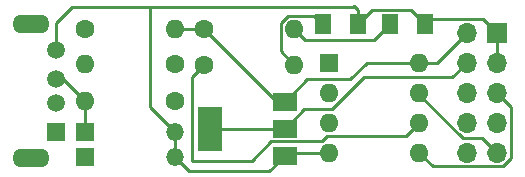
<source format=gtl>
%TF.GenerationSoftware,KiCad,Pcbnew,(6.0.8)*%
%TF.CreationDate,2023-02-21T13:23:49+01:00*%
%TF.ProjectId,attiny85,61747469-6e79-4383-952e-6b696361645f,rev?*%
%TF.SameCoordinates,Original*%
%TF.FileFunction,Copper,L1,Top*%
%TF.FilePolarity,Positive*%
%FSLAX46Y46*%
G04 Gerber Fmt 4.6, Leading zero omitted, Abs format (unit mm)*
G04 Created by KiCad (PCBNEW (6.0.8)) date 2023-02-21 13:23:49*
%MOMM*%
%LPD*%
G01*
G04 APERTURE LIST*
G04 Aperture macros list*
%AMRoundRect*
0 Rectangle with rounded corners*
0 $1 Rounding radius*
0 $2 $3 $4 $5 $6 $7 $8 $9 X,Y pos of 4 corners*
0 Add a 4 corners polygon primitive as box body*
4,1,4,$2,$3,$4,$5,$6,$7,$8,$9,$2,$3,0*
0 Add four circle primitives for the rounded corners*
1,1,$1+$1,$2,$3*
1,1,$1+$1,$4,$5*
1,1,$1+$1,$6,$7*
1,1,$1+$1,$8,$9*
0 Add four rect primitives between the rounded corners*
20,1,$1+$1,$2,$3,$4,$5,0*
20,1,$1+$1,$4,$5,$6,$7,0*
20,1,$1+$1,$6,$7,$8,$9,0*
20,1,$1+$1,$8,$9,$2,$3,0*%
G04 Aperture macros list end*
%TA.AperFunction,ComponentPad*%
%ADD10R,1.508000X1.508000*%
%TD*%
%TA.AperFunction,ComponentPad*%
%ADD11C,1.508000*%
%TD*%
%TA.AperFunction,ComponentPad*%
%ADD12O,3.150000X1.575000*%
%TD*%
%TA.AperFunction,ComponentPad*%
%ADD13R,1.700000X1.700000*%
%TD*%
%TA.AperFunction,ComponentPad*%
%ADD14O,1.700000X1.700000*%
%TD*%
%TA.AperFunction,ComponentPad*%
%ADD15C,1.600000*%
%TD*%
%TA.AperFunction,ComponentPad*%
%ADD16O,1.600000X1.600000*%
%TD*%
%TA.AperFunction,SMDPad,CuDef*%
%ADD17RoundRect,0.250001X0.462499X0.624999X-0.462499X0.624999X-0.462499X-0.624999X0.462499X-0.624999X0*%
%TD*%
%TA.AperFunction,ComponentPad*%
%ADD18R,1.600000X1.600000*%
%TD*%
%TA.AperFunction,ComponentPad*%
%ADD19R,1.500000X1.500000*%
%TD*%
%TA.AperFunction,ComponentPad*%
%ADD20O,1.500000X1.500000*%
%TD*%
%TA.AperFunction,SMDPad,CuDef*%
%ADD21R,2.000000X1.500000*%
%TD*%
%TA.AperFunction,SMDPad,CuDef*%
%ADD22R,2.000000X3.800000*%
%TD*%
%TA.AperFunction,Conductor*%
%ADD23C,0.250000*%
%TD*%
G04 APERTURE END LIST*
D10*
%TO.P,J1,1,VBUS*%
%TO.N,/5V*%
X169737500Y-87555750D03*
D11*
%TO.P,J1,2,D-*%
%TO.N,Net-(D1-Pad1)*%
X169737500Y-85055750D03*
%TO.P,J1,3,D+*%
%TO.N,Net-(D2-Pad1)*%
X169737500Y-83055750D03*
%TO.P,J1,4,GND*%
%TO.N,/GND*%
X169737500Y-80555750D03*
D12*
%TO.P,J1,S2*%
%TO.N,N/C*%
X167637500Y-78355750D03*
%TO.P,J1,S1*%
X167637500Y-89755750D03*
%TD*%
D13*
%TO.P,J2,1,Pin_1*%
%TO.N,/GND*%
X207090000Y-79100000D03*
D14*
%TO.P,J2,2,Pin_2*%
%TO.N,/5V*%
X204550000Y-79100000D03*
%TO.P,J2,3,Pin_3*%
%TO.N,/GND*%
X207090000Y-81640000D03*
%TO.P,J2,4,Pin_4*%
%TO.N,/3V3*%
X204550000Y-81640000D03*
%TO.P,J2,5,Pin_5*%
%TO.N,/PB0*%
X207090000Y-84180000D03*
%TO.P,J2,6,Pin_6*%
%TO.N,/PB3*%
X204550000Y-84180000D03*
%TO.P,J2,7,Pin_7*%
%TO.N,/PB1*%
X207090000Y-86720000D03*
%TO.P,J2,8,Pin_8*%
%TO.N,/PB4*%
X204550000Y-86720000D03*
%TO.P,J2,9,Pin_9*%
%TO.N,/PB2*%
X207090000Y-89260000D03*
%TO.P,J2,10,Pin_10*%
%TO.N,/PB5*%
X204550000Y-89260000D03*
%TD*%
D15*
%TO.P,R4,1*%
%TO.N,/5V*%
X182290000Y-78800000D03*
D16*
%TO.P,R4,2*%
%TO.N,Net-(D3-Pad2)*%
X189910000Y-78800000D03*
%TD*%
D17*
%TO.P,D4,1,K*%
%TO.N,/GND*%
X195287500Y-78400000D03*
%TO.P,D4,2,A*%
%TO.N,Net-(D4-Pad2)*%
X192312500Y-78400000D03*
%TD*%
D15*
%TO.P,R5,1*%
%TO.N,/PB1*%
X182290000Y-81820000D03*
D16*
%TO.P,R5,2*%
%TO.N,Net-(D4-Pad2)*%
X189910000Y-81820000D03*
%TD*%
D15*
%TO.P,R1,1*%
%TO.N,Net-(D1-Pad1)*%
X172200000Y-78800000D03*
D16*
%TO.P,R1,2*%
%TO.N,/5V*%
X179820000Y-78800000D03*
%TD*%
D18*
%TO.P,U1,1,~{RESET}/PB5*%
%TO.N,/PB5*%
X192900000Y-81650000D03*
D16*
%TO.P,U1,2,XTAL1/PB3*%
%TO.N,/PB3*%
X192900000Y-84190000D03*
%TO.P,U1,3,XTAL2/PB4*%
%TO.N,/PB4*%
X192900000Y-86730000D03*
%TO.P,U1,4,GND*%
%TO.N,/GND*%
X192900000Y-89270000D03*
%TO.P,U1,5,AREF/PB0*%
%TO.N,/PB0*%
X200520000Y-89270000D03*
%TO.P,U1,6,PB1*%
%TO.N,/PB1*%
X200520000Y-86730000D03*
%TO.P,U1,7,PB2*%
%TO.N,/PB2*%
X200520000Y-84190000D03*
%TO.P,U1,8,VCC*%
%TO.N,/5V*%
X200520000Y-81650000D03*
%TD*%
D17*
%TO.P,D3,1,K*%
%TO.N,/GND*%
X200987500Y-78400000D03*
%TO.P,D3,2,A*%
%TO.N,Net-(D3-Pad2)*%
X198012500Y-78400000D03*
%TD*%
D19*
%TO.P,D1,1,K*%
%TO.N,Net-(D1-Pad1)*%
X172200000Y-89650000D03*
D20*
%TO.P,D1,2,A*%
%TO.N,/GND*%
X179820000Y-89650000D03*
%TD*%
D21*
%TO.P,U2,1,GND*%
%TO.N,/GND*%
X189100000Y-89550000D03*
D22*
%TO.P,U2,2,VO*%
%TO.N,/3V3*%
X182800000Y-87250000D03*
D21*
X189100000Y-87250000D03*
%TO.P,U2,3,VI*%
%TO.N,/5V*%
X189100000Y-84950000D03*
%TD*%
D15*
%TO.P,R3,1*%
%TO.N,/PB3*%
X179810000Y-81800000D03*
D16*
%TO.P,R3,2*%
%TO.N,Net-(D1-Pad1)*%
X172190000Y-81800000D03*
%TD*%
D15*
%TO.P,R2,1*%
%TO.N,/PB4*%
X179810000Y-84900000D03*
D16*
%TO.P,R2,2*%
%TO.N,Net-(D2-Pad1)*%
X172190000Y-84900000D03*
%TD*%
D19*
%TO.P,D2,1,K*%
%TO.N,Net-(D2-Pad1)*%
X172200000Y-87500000D03*
D20*
%TO.P,D2,2,A*%
%TO.N,/GND*%
X179820000Y-87500000D03*
%TD*%
D23*
%TO.N,/5V*%
X182290000Y-78800000D02*
X179820000Y-78800000D01*
%TO.N,/GND*%
X177700000Y-85380000D02*
X179820000Y-87500000D01*
X177700000Y-76900000D02*
X177700000Y-85380000D01*
X177700000Y-76900000D02*
X171100000Y-76900000D01*
X194900000Y-76900000D02*
X177700000Y-76900000D01*
%TO.N,Net-(D2-Pad1)*%
X172190000Y-84900000D02*
X170345750Y-83055750D01*
X170345750Y-83055750D02*
X169737500Y-83055750D01*
%TO.N,/GND*%
X171100000Y-76900000D02*
X169737500Y-78262500D01*
X194950000Y-76850000D02*
X194900000Y-76900000D01*
X169737500Y-78262500D02*
X169737500Y-80555750D01*
%TO.N,Net-(D2-Pad1)*%
X172190000Y-87490000D02*
X172200000Y-87500000D01*
X172190000Y-84900000D02*
X172190000Y-87490000D01*
%TO.N,/PB0*%
X201685000Y-90435000D02*
X207615000Y-90435000D01*
X208300000Y-85390000D02*
X207090000Y-84180000D01*
X207615000Y-90435000D02*
X208300000Y-89750000D01*
X200520000Y-89270000D02*
X201685000Y-90435000D01*
X208300000Y-89750000D02*
X208300000Y-85390000D01*
%TO.N,/PB1*%
X192254009Y-88325000D02*
X192679009Y-87900000D01*
X199350000Y-87900000D02*
X200520000Y-86730000D01*
X181250000Y-89950000D02*
X186300000Y-89950000D01*
X181250000Y-82860000D02*
X181250000Y-89950000D01*
X182290000Y-81820000D02*
X181250000Y-82860000D01*
X187925000Y-88325000D02*
X192254009Y-88325000D01*
X186300000Y-89950000D02*
X187925000Y-88325000D01*
X192679009Y-87900000D02*
X199350000Y-87900000D01*
%TO.N,/PB2*%
X205830000Y-88000000D02*
X204168299Y-88000000D01*
X207090000Y-89260000D02*
X205830000Y-88000000D01*
X200520000Y-84351701D02*
X200520000Y-84190000D01*
X204168299Y-88000000D02*
X200520000Y-84351701D01*
%TO.N,/GND*%
X207090000Y-79100000D02*
X207090000Y-81640000D01*
X187800000Y-90850000D02*
X189100000Y-89550000D01*
X201462500Y-77925000D02*
X200987500Y-78400000D01*
X200987500Y-78400000D02*
X199787500Y-77200000D01*
X192900000Y-89270000D02*
X189380000Y-89270000D01*
X199787500Y-77200000D02*
X196487500Y-77200000D01*
X179820000Y-89650000D02*
X181020000Y-90850000D01*
X181020000Y-90850000D02*
X187800000Y-90850000D01*
X194950000Y-76850000D02*
X195287500Y-77187500D01*
X195287500Y-77187500D02*
X195287500Y-78400000D01*
X179820000Y-87500000D02*
X179820000Y-89650000D01*
X189380000Y-89270000D02*
X189100000Y-89550000D01*
X207090000Y-79100000D02*
X205915000Y-77925000D01*
X205915000Y-77925000D02*
X201462500Y-77925000D01*
X196487500Y-77200000D02*
X195287500Y-78400000D01*
%TO.N,/5V*%
X196050000Y-81650000D02*
X194650000Y-83050000D01*
X189100000Y-84950000D02*
X191000000Y-83050000D01*
X182290000Y-78800000D02*
X188440000Y-84950000D01*
X191000000Y-83050000D02*
X194650000Y-83050000D01*
X204550000Y-79100000D02*
X202000000Y-81650000D01*
X200520000Y-81650000D02*
X196050000Y-81650000D01*
X202000000Y-81650000D02*
X200520000Y-81650000D01*
X188440000Y-84950000D02*
X189100000Y-84950000D01*
%TO.N,Net-(D3-Pad2)*%
X196662500Y-79750000D02*
X198012500Y-78400000D01*
X190860000Y-79750000D02*
X196662500Y-79750000D01*
X189910000Y-78800000D02*
X190860000Y-79750000D01*
%TO.N,Net-(D4-Pad2)*%
X189910000Y-81820000D02*
X188785000Y-80695000D01*
X188785000Y-78315000D02*
X189425000Y-77675000D01*
X189425000Y-77675000D02*
X191587500Y-77675000D01*
X188785000Y-80695000D02*
X188785000Y-78315000D01*
X191587500Y-77675000D02*
X192312500Y-78400000D01*
%TO.N,/3V3*%
X203290000Y-82900000D02*
X195780991Y-82900000D01*
X182800000Y-87250000D02*
X189100000Y-87250000D01*
X190745000Y-85605000D02*
X189100000Y-87250000D01*
X193075991Y-85605000D02*
X190745000Y-85605000D01*
X195780991Y-82900000D02*
X193075991Y-85605000D01*
X204550000Y-81640000D02*
X203290000Y-82900000D01*
%TD*%
M02*

</source>
